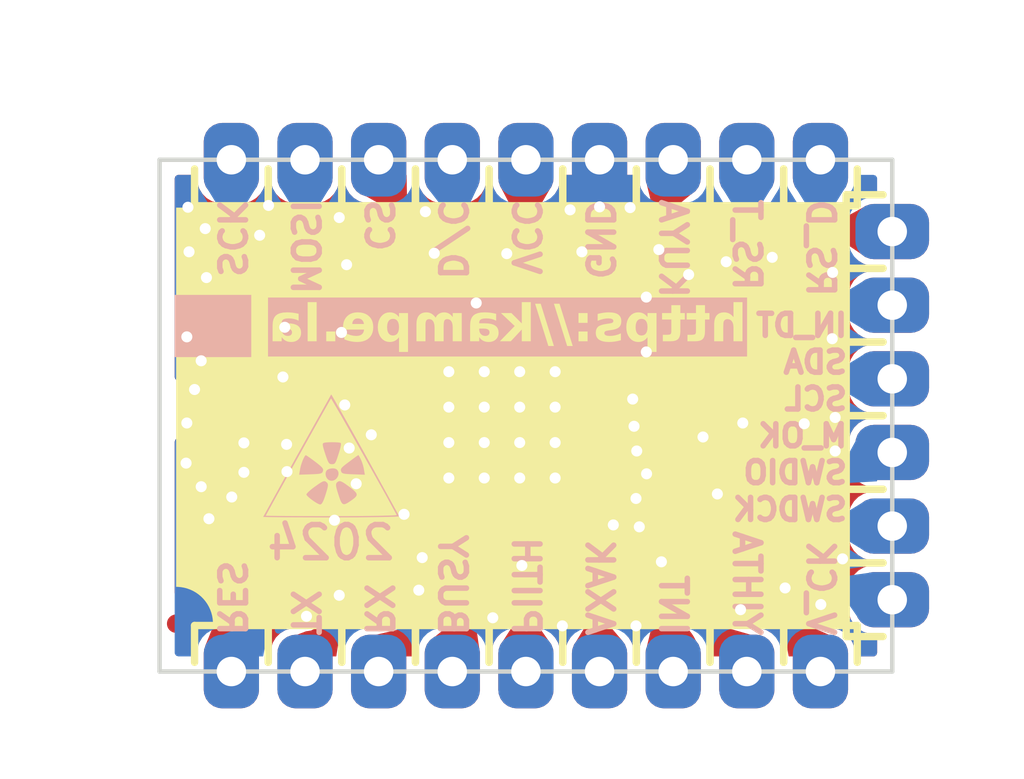
<source format=kicad_pcb>
(kicad_pcb (version 20240108) (generator "pcbnew") (generator_version "8.0")
  (layers (0 "F.Cu" signal) (31 "B.Cu" signal) (34 "B.Paste" user) (35 "F.Paste" user) (36 "B.SilkS" user "B.Silkscreen") (37 "F.SilkS" user "F.Silkscreen") (38 "B.Mask" user) (39 "F.Mask" user) (44 "Edge.Cuts" user))
  (net 0 "")
  (net 1 "/AXAK")
  (net 2 "/BUSY")
  (net 3 "+3V3")
  (net 4 "GND")
  (net 5 "Net-(U3-CAP)")
  (net 6 "/P_GOOD")
  (net 7 "/CS")
  (net 8 "/D{slash}C")
  (net 9 "/DATA")
  (net 10 "/INT")
  (net 11 "/KUYARAAK")
  (net 12 "/~{MCU_OK}")
  (net 13 "/MOSI")
  (net 14 "/PIITH")
  (net 15 "/RES")
  (net 16 "/RES_TC")
  (net 17 "/RX")
  (net 18 "/SCK")
  (net 19 "/SCL")
  (net 20 "/SDA")
  (net 21 "/SWDCK")
  (net 22 "/SWDIO")
  (net 23 "/TX")
  (net 24 "/R_MISO")
  (net 25 "/R_MOSI")
  (net 26 "/RAM_CS")
  (net 28 "/R_SCK")
  (net 31 "/FLASH_CS")
  (net 33 "/MISO")
  (net 34 "/YIHTA")
  (net 36 "Net-(U3-HFXTAL_I)")
  (net 37 "Net-(U3-PD00)")
  (net 38 "Net-(U3-PD01)")
  (net 39 "/V_CHK")
  (net 40 "Net-(U3-HFXTAL_O)")
  (net 41 "Net-(D1-K)")
  (net 42 "Net-(U4-+)")
  (net 43 "Net-(U4-V+)")
  (net 44 "Net-(U4--)")
  (net 45 "Net-(D1-A)")
  (net 46 "/IN_DT")
  (footprint "Capacitor_SMD:C_0402_1005Metric" (layer "F.Cu") (at 168.75 42.6 180)
    (property "Reference" "C5" (hide yes))
    (property "Value" "0.1u")
  )
  (footprint "MyLib:Castellated_Hole" (layer "F.Cu") (at 180.25 50.55)
    (property "Reference" "SWDIO1" (hide yes))
    (property "Value" "SWDIO")
  )
  (footprint "MyLib:Castellated_Hole" (layer "F.Cu") (at 172.3 54.5 -90)
    (property "Reference" "AXAK1" (hide yes))
    (property "Value" "AXAK")
  )
  (footprint "MyLib:Castellated_Hole" (layer "F.Cu") (at 174.3 40.6 90)
    (property "Reference" "KUYARAAK1" (hide yes))
    (property "Value" "KUYA")
  )
  (footprint "Capacitor_SMD:C_0402_1005Metric" (layer "F.Cu") (at 166.35 52.39 180)
    (property "Reference" "C4" (hide yes))
    (property "Value" "0.1u")
  )
  (footprint "MyLib:Castellated_Hole" (layer "F.Cu") (at 168.3 54.5 -90)
    (property "Reference" "BUSY1" (hide yes))
    (property "Value" "BUSY")
  )
  (footprint "Resistor_SMD:R_0402_1005Metric" (layer "F.Cu") (at 177.35 44.1)
    (property "Reference" "R3" (hide yes))
    (property "Value" "52.3K")
  )
  (footprint "Resistor_SMD:R_0402_1005Metric" (layer "F.Cu") (at 177.35 48.3 180)
    (property "Reference" "R6" (hide yes))
    (property "Value" "52.3K")
  )
  (footprint "MyLib:QFN-40_EP_5x5_Pitch0.4mm" (layer "F.Cu") (at 169.65 47.8)
    (property "Reference" "U3" (hide yes))
    (property "Value" "EFM32PG23B200F512IM40")
  )
  (footprint "MyLib:Castellated_Hole" (layer "F.Cu") (at 178.3 54.5 -90)
    (property "Reference" "V_CHK1" (hide yes))
    (property "Value" "V_CK")
  )
  (footprint "Capacitor_SMD:C_0402_1005Metric" (layer "F.Cu") (at 162.54 46.28 180)
    (property "Reference" "C1" (hide yes))
    (property "Value" "0.1u")
  )
  (footprint "Capacitor_SMD:C_0402_1005Metric" (layer "F.Cu") (at 170.75 43.7 180)
    (property "Reference" "C3" (hide yes))
    (property "Value" "1x6.3")
  )
  (footprint "Capacitor_SMD:C_0402_1005Metric" (layer "F.Cu") (at 172.45 43.1 -90)
    (property "Reference" "C8" (hide yes))
    (property "Value" "1x6.3")
  )
  (footprint "Package_TO_SOT_SMD:SOT-353_SC-70-5" (layer "F.Cu") (at 174.85 48.3 -90)
    (property "Reference" "U4" (hide yes))
    (property "Value" "LMV7271")
  )
  (footprint "MyLib:Castellated_Hole" (layer "F.Cu") (at 170.3 40.6 90)
    (property "Reference" "VCC1" (hide yes))
    (property "Value" "VCC")
  )
  (footprint "MyLib:Castellated_Hole" (layer "F.Cu") (at 180.25 52.55)
    (property "Reference" "SWDCK1" (hide yes))
    (property "Value" "SWDCK")
  )
  (footprint "Resistor_SMD:R_0402_1005Metric" (layer "F.Cu") (at 177.35 46.1)
    (property "Reference" "R5" (hide yes))
    (property "Value" "100K")
  )
  (footprint "MyLib:Castellated_Hole" (layer "F.Cu") (at 166.3 54.5 -90)
    (property "Reference" "RX1" (hide yes))
    (property "Value" "RX")
  )
  (footprint "Capacitor_SMD:C_0402_1005Metric" (layer "F.Cu") (at 177.33 45.1)
    (property "Reference" "C10" (hide yes))
    (property "Value" "100p")
  )
  (footprint "MyLib:WLCSP 12-ball 3 x 2 x 3 Array" (layer "F.Cu") (at 163.95 43.9)
    (property "Reference" "U2" (hide yes))
    (property "Value" "AT25XE321D-UUN-T")
  )
  (footprint "MyLib:Castellated_Hole" (layer "F.Cu") (at 180.25 44.55)
    (property "Reference" "SDA1" (hide yes))
    (property "Value" "SDA")
  )
  (footprint "MyLib:Castellated_Hole" (layer "F.Cu") (at 168.3 40.6 90)
    (property "Reference" "D/C1" (hide yes))
    (property "Value" "D/C")
  )
  (footprint "MyLib:Castellated_Hole" (layer "F.Cu") (at 178.3 40.6 90)
    (property "Reference" "RES2" (hide yes))
    (property "Value" "RS_D")
  )
  (footprint "MyLib:Castellated_Hole" (layer "F.Cu") (at 162.3 40.6 90)
    (property "Reference" "SCK1" (hide yes))
    (property "Value" "SCK")
  )
  (footprint "Capacitor_SMD:C_0402_1005Metric" (layer "F.Cu") (at 168.73 43.7 180)
    (property "Reference" "C6" (hide yes))
    (property "Value" "0.1u")
  )
  (footprint "Inductor_SMD:L_0402_1005Metric" (layer "F.Cu") (at 175.1 51.5)
    (property "Reference" "FB1" (hide yes))
    (property "Value" "BLM15AG102SZ1D")
  )
  (footprint "MyLib:Castellated_Hole" (layer "F.Cu") (at 174.3 54.5 -90)
    (property "Reference" "INT1" (hide yes))
    (property "Value" "INT")
  )
  (footprint "MyLib:Castellated_Hole" (layer "F.Cu") (at 164.3 40.6 90)
    (property "Reference" "MOSI1" (hide yes))
    (property "Value" "MOSI")
  )
  (footprint "Resistor_SMD:R_0402_1005Metric" (layer "F.Cu") (at 161.68 51.39 90)
    (property "Reference" "R1" (hide yes))
    (property "Value" "10K")
  )
  (footprint "Fiducial:Fiducial_0.5mm_Mask1.5mm" (layer "F.Cu") (at 160.8 53.2)
    (property "Reference" "FID1" (hide yes))
    (property "Value" "Fiducial")
  )
  (footprint "Resistor_SMD:R_0402_1005Metric" (layer "F.Cu") (at 177.35 42.46 180)
    (property "Reference" "R2" (hide yes))
    (property "Value" "10K")
  )
  (footprint "MyLib:SON-8-1EP_3x2mm_P0.5mm_EP1.4x1.6mm" (layer "F.Cu") (at 163.23 48.18)
    (property "Reference" "U1" (hide yes))
    (property "Value" "APS6404L-SQN")
  )
  (footprint "MyLib:Castellated_Hole" (layer "F.Cu") (at 164.3 54.5 -90)
    (property "Reference" "TX1" (hide yes))
    (property "Value" "TX")
  )
  (footprint "Capacitor_SMD:C_0402_1005Metric" (layer "F.Cu") (at 162.1 44.25 -90)
    (property "Reference" "C2" (hide yes))
    (property "Value" "0.1u")
  )
  (footprint "MyLib:Crystal_SMD_2012-2Pin_2.0x1.2mm" (layer "F.Cu") (at 166.25 43.2 -90)
    (property "Reference" "Y1" (hide yes))
    (property "Value" "FC2012AN")
  )
  (footprint "MyLib:Castellated_Hole" (layer "F.Cu") (at 170.3 54.5 -90)
    (property "Reference" "PIITH1" (hide yes))
    (property "Value" "PIITH")
  )
  (footprint "MyLib:Castellated_Hole" (layer "F.Cu") (at 162.3 54.5 -90)
    (property "Reference" "RES1" (hide yes))
    (property "Value" "RES")
  )
  (footprint "MyLib:Castellated_Hole" (layer "F.Cu") (at 176.3 54.5 -90)
    (property "Reference" "YIHTA1" (hide yes))
    (property "Value" "YIHTA")
  )
  (footprint "Capacitor_SMD:C_0402_1005Metric" (layer "F.Cu") (at 177.35 49.5)
    (property "Reference" "C13" (hide yes))
    (property "Value" "0.1u")
  )
  (footprint "Capacitor_SMD:C_0402_1005Metric" (layer "F.Cu") (at 166.35 51.4 180)
    (property "Reference" "C9" (hide yes))
    (property "Value" "0.1u")
  )
  (footprint "Capacitor_SMD:C_0402_1005Metric" (layer "F.Cu") (at 177.35 51.5 180)
    (property "Reference" "C12" (hide yes))
    (property "Value" "0.1u")
  )
  (footprint "MyLib:Castellated_Hole" (layer "F.Cu") (at 176.3 40.6 90)
    (property "Reference" "RES_TC1" (hide yes))
    (property "Value" "RS_T")
  )
  (footprint "Capacitor_SMD:C_0402_1005Metric" (layer "F.Cu") (at 175.05 46.1 180)
    (property "Reference" "C11" (hide yes))
    (property "Value" "100p")
  )
  (footprint "Diode_SMD:D_SOD-323F" (layer "F.Cu") (at 174.55 43.8 90)
    (property "Reference" "D1" (hide yes))
    (property "Value" "BAT54WS")
  )
  (footprint "MyLib:Castellated_Hole" (layer "F.Cu") (at 172.3 40.6 90)
    (property "Reference" "GND1" (hide yes))
    (property "Value" "GND")
  )
  (footprint "MyLib:Castellated_Hole" (layer "F.Cu") (at 180.25 48.55)
    (property "Reference" "MCU_OK1" (hide yes))
    (property "Value" "M_OK")
  )
  (footprint "MyLib:Castellated_Hole" (layer "F.Cu") (at 166.3 40.6 90)
    (property "Reference" "CS1" (hide yes))
    (property "Value" "CS")
  )
  (footprint "Resistor_SMD:R_0402_1005Metric" (layer "F.Cu") (at 177.36 47.2 180)
    (property "Reference" "R4" (hide yes))
    (property "Value" "100K")
  )
  (footprint "MyLib:Crystal_SMD_2016-4Pin_2.0x1.6mm" (layer "F.Cu") (at 163.5975 51.3625 90)
    (property "Reference" "Y2" (hide yes))
    (property "Value" "39MHz")
  )
  (footprint "MyLib:Castellated_Hole" (layer "F.Cu") (at 180.25 42.55)
    (property "Reference" "DATA1" (hide yes))
    (property "Value" "IN_DT")
  )
  (footprint "Resistor_SMD:R_0402_1005Metric" (layer "F.Cu") (at 177.35 50.5)
    (property "Reference" "R7" (hide yes))
    (property "Value" "47K")
  )
  (footprint "MyLib:Castellated_Hole" (layer "F.Cu") (at 180.25 46.55)
    (property "Reference" "SCL1" (hide yes))
    (property "Value" "SCL")
  )
  (footprint "Capacitor_SMD:C_0402_1005Metric" (layer "F.Cu") (at 170.75 42.6)
    (property "Reference" "C7" (hide yes))
    (property "Value" "0.1u")
  )
  (gr_poly (pts (xy 164.965982 48.272827) (xy 164.898989 48.2763) (xy 164.869949 48.278904) (xy 164.844977 48.282088) (xy 164.824893 48.28585) (xy 164.810519 48.290191) (xy 164.802544 48.293287) (xy 164.795836 48.297432) (xy 164.790419 48.302849) (xy 164.78632 48.309759) (xy 164.783565 48.318384) (xy 164.782179 48.328948) (xy 164.782189 48.341671) (xy 164.78362 48.356777) (xy 164.786497 48.374488) (xy 164.790847 48.395025) (xy 164.796696 48.418611) (xy 164.80407 48.445468) (xy 164.823493 48.509884) (xy 164.849324 48.590052) (xy 164.864446 48.635039) (xy 164.878187 48.674953) (xy 164.89074 48.710091) (xy 164.902296 48.740754) (xy 164.90776 48.754501) (xy 164.913046 48.767242) (xy 164.918178 48.779013) (xy 164.92318 48.789853) (xy 164.928077 48.7998) (xy 164.932891 48.808889) (xy 164.937647 48.81716) (xy 164.942369 48.824649) (xy 164.947081 48.831394) (xy 164.951806 48.837432) (xy 164.956569 48.842801) (xy 164.961393 48.847538) (xy 164.966303 48.851681) (xy 164.971321 48.855267) (xy 164.976473 48.858334) (xy 164.981781 48.860919) (xy 164.987271 48.863059) (xy 164.992965 48.864793) (xy 164.998888 48.866157) (xy 165.005063 48.867189) (xy 165.011515 48.867926) (xy 165.018268 48.868407) (xy 165.032769 48.868746) (xy 165.047851 48.868406) (xy 165.06148 48.867182) (xy 165.073859 48.86477) (xy 165.085189 48.860864) (xy 165.095672 48.855159) (xy 165.105509 48.847352) (xy 165.114901 48.837136) (xy 165.12405 48.824208) (xy 165.133158 48.808261) (xy 165.142426 48.788992) (xy 165.152056 48.766095) (xy 165.162249 48.739266) (xy 165.185132 48.672589) (xy 165.212685 48.586524) (xy 165.223434 48.553081) (xy 165.233191 48.521556) (xy 165.241955 48.491964) (xy 165.249727 48.464319) (xy 165.256507 48.438639) (xy 165.262295 48.414937) (xy 165.26709 48.393231) (xy 165.270894 48.373534) (xy 165.273705 48.355864) (xy 165.275524 48.340234) (xy 165.276351 48.326661) (xy 165.276392 48.320651) (xy 165.276185 48.315161) (xy 165.275731 48.310192) (xy 165.275028 48.305748) (xy 165.274077 48.301829) (xy 165.272878 48.298438) (xy 165.271431 48.295577) (xy 165.269736 48.293247) (xy 165.267793 48.291451) (xy 165.265602 48.290191) (xy 165.251848 48.28585) (xy 165.232302 48.282088) (xy 165.207784 48.278904) (xy 165.179117 48.2763) (xy 165.112619 48.272827) (xy 165.039383 48.27167)) (fill solid) (layer "B.SilkS"))
  (gr_poly (pts (xy 162.84 45.96) (xy 160.76 45.96) (xy 160.76 44.27) (xy 162.84 44.27)) (fill solid) (layer "B.SilkS"))
  (gr_poly (pts (xy 164.320187 48.625401) (xy 164.316322 48.626897) (xy 164.312119 48.629752) (xy 164.307604 48.633901) (xy 164.297749 48.645824) (xy 164.286975 48.662151) (xy 164.275497 48.682363) (xy 164.263534 48.705945) (xy 164.251302 48.732379) (xy 164.239019 48.761149) (xy 164.226901 48.791738) (xy 164.215165 48.823629) (xy 164.204029 48.856306) (xy 164.193709 48.889251) (xy 164.184423 48.921949) (xy 164.176387 48.953881) (xy 164.169819 48.984532) (xy 164.164936 49.013385) (xy 164.140241 49.154496) (xy 164.450686 49.143913) (xy 164.500144 49.141954) (xy 164.544234 49.139985) (xy 164.58329 49.137913) (xy 164.617649 49.135645) (xy 164.633172 49.134408) (xy 164.647646 49.133087) (xy 164.661114 49.13167) (xy 164.673618 49.130146) (xy 164.685199 49.128504) (xy 164.6959 49.12673) (xy 164.705762 49.124815) (xy 164.714828 49.122746) (xy 164.723139 49.120512) (xy 164.730738 49.1181) (xy 164.737667 49.1155) (xy 164.743967 49.1127) (xy 164.74968 49.109688) (xy 164.754849 49.106452) (xy 164.759515 49.102982) (xy 164.763721 49.099264) (xy 164.767508 49.095288) (xy 164.770918 49.091043) (xy 164.773994 49.086515) (xy 164.776778 49.081694) (xy 164.77931 49.076569) (xy 164.781634 49.071126) (xy 164.783792 49.065356) (xy 164.785824 49.059246) (xy 164.789766 49.047595) (xy 164.792225 49.036322) (xy 164.793041 49.025225) (xy 164.792782 49.019679) (xy 164.792053 49.014101) (xy 164.790833 49.008467) (xy 164.789101 49.002751) (xy 164.784026 48.990971) (xy 164.776666 48.978561) (xy 164.766862 48.965319) (xy 164.754454 48.951043) (xy 164.739281 48.935533) (xy 164.721183 48.918585) (xy 164.7 48.9) (xy 164.675572 48.879575) (xy 164.647738 48.857108) (xy 164.581213 48.805246) (xy 164.533106 48.769155) (xy 164.487397 48.735462) (xy 164.44516 48.704911) (xy 164.40747 48.678246) (xy 164.375403 48.656211) (xy 164.350034 48.639551) (xy 164.340196 48.633468) (xy 164.332436 48.629009) (xy 164.326888 48.626265) (xy 164.324985 48.625565) (xy 164.323686 48.625329)) (fill solid) (layer "B.SilkS"))
  (gr_poly (pts (xy 164.08071 48.640323) (xy 163.163046 50.301024) (xy 163.309615 50.306205) (xy 163.708529 50.310725) (xy 165.018658 50.315135) (xy 165.744939 50.312654) (xy 166.330991 50.305875) (xy 166.554068 50.301182) (xy 166.721251 50.295787) (xy 166.825597 50.289814) (xy 166.852034 50.286648) (xy 166.858439 50.285028) (xy 166.860158 50.283385) (xy 166.840699 50.248107) (xy 166.789602 50.248107) (xy 166.755902 50.254536) (xy 166.654279 50.260509) (xy 166.27587 50.270597) (xy 165.71159 50.277377) (xy 165.018658 50.279857) (xy 164.326001 50.278645) (xy 163.758359 50.275447) (xy 163.374603 50.270927) (xy 163.270079 50.268378) (xy 163.233602 50.265746) (xy 163.491571 49.794788) (xy 164.112019 48.678246) (xy 164.737317 47.558177) (xy 164.931566 47.213777) (xy 164.986356 47.118638) (xy 165.008074 47.083691) (xy 165.28495 47.556799) (xy 165.886932 48.619597) (xy 166.494867 49.705546) (xy 166.789602 50.248107) (xy 166.840699 50.248107) (xy 165.93588 48.60769) (xy 165.579133 47.970486) (xy 165.285887 47.449697) (xy 165.086568 47.099565) (xy 165.031639 47.005445) (xy 165.011602 46.974329)) (fill solid) (layer "B.SilkS"))
  (gr_poly (pts (xy 164.816742 49.330613) (xy 164.804331 49.332842) (xy 164.790577 49.337014) (xy 164.775241 49.343232) (xy 164.758086 49.3516) (xy 164.738875 49.362222) (xy 164.717369 49.375199) (xy 164.69333 49.390637) (xy 164.666522 49.408637) (xy 164.636707 49.429305) (xy 164.567102 49.479052) (xy 164.542358 49.496933) (xy 164.518471 49.514777) (xy 164.495556 49.532467) (xy 164.473726 49.549883) (xy 164.453095 49.566906) (xy 164.433777 49.583417) (xy 164.415885 49.599298) (xy 164.399533 49.61443) (xy 164.384834 49.628694) (xy 164.371903 49.64197) (xy 164.360853 49.654141) (xy 164.351797 49.665087) (xy 164.34485 49.674689) (xy 164.342203 49.678949) (xy 164.340125 49.682829) (xy 164.338632 49.686313) (xy 164.337736 49.689388) (xy 164.337453 49.692037) (xy 164.337797 49.694246) (xy 164.340541 49.700602) (xy 164.344748 49.707721) (xy 164.357192 49.723998) (xy 164.374422 49.742569) (xy 164.395729 49.762928) (xy 164.420406 49.784568) (xy 164.447743 49.806983) (xy 164.477034 49.829668) (xy 164.507571 49.852114) (xy 164.538645 49.873817) (xy 164.569548 49.894268) (xy 164.599573 49.912963) (xy 164.628011 49.929395) (xy 164.654155 49.943056) (xy 164.677297 49.953441) (xy 164.696728 49.960044) (xy 164.704831 49.961768) (xy 164.711741 49.962357) (xy 164.719642 49.961562) (xy 164.727492 49.95914) (xy 164.735321 49.955032) (xy 164.74316 49.949183) (xy 164.751041 49.941536) (xy 164.758994 49.932034) (xy 164.76705 49.920619) (xy 164.775241 49.907236) (xy 164.783597 49.891827) (xy 164.79215 49.874335) (xy 164.800929 49.854704) (xy 164.809968 49.832877) (xy 164.819295 49.808796) (xy 164.828943 49.782406) (xy 164.849324 49.722468) (xy 164.86549 49.671178) (xy 164.8796 49.625509) (xy 164.891663 49.58505) (xy 164.89693 49.566645) (xy 164.90169 49.549387) (xy 164.905943 49.533224) (xy 164.909691 49.518105) (xy 164.912935 49.503979) (xy 164.915677 49.490793) (xy 164.917917 49.478495) (xy 164.919658 49.467035) (xy 164.9209 49.456361) (xy 164.921644 49.44642) (xy 164.921892 49.437161) (xy 164.921646 49.428533) (xy 164.920906 49.420483) (xy 164.919673 49.412961) (xy 164.91795 49.405914) (xy 164.915737 49.399291) (xy 164.913036 49.39304) (xy 164.909848 49.387109) (xy 164.906174 49.381447) (xy 164.902015 49.376002) (xy 164.897374 49.370722) (xy 164.89225 49.365556) (xy 164.886646 49.360453) (xy 164.880563 49.355359) (xy 164.874001 49.350224) (xy 164.866963 49.344996) (xy 164.857705 49.33906) (xy 164.848291 49.334551) (xy 164.838484 49.331571) (xy 164.828048 49.330224)) (fill solid) (layer "B.SilkS"))
  (gr_poly (pts (xy 165.040507 48.982132) (xy 165.018658 48.98384) (xy 164.996974 48.987077) (xy 164.975828 48.991798) (xy 164.955592 48.997955) (xy 164.945931 49.001558) (xy 164.936637 49.005503) (xy 164.927756 49.009783) (xy 164.919336 49.014394) (xy 164.911421 49.019328) (xy 164.90406 49.024582) (xy 164.897298 49.030147) (xy 164.891182 49.03602) (xy 164.885759 49.042194) (xy 164.881074 49.048663) (xy 164.876111 49.057422) (xy 164.871798 49.066478) (xy 164.868121 49.0758) (xy 164.865068 49.085353) (xy 164.862629 49.095105) (xy 164.860789 49.105024) (xy 164.859537 49.115075) (xy 164.85886 49.125227) (xy 164.858747 49.135445) (xy 164.859185 49.145698) (xy 164.860162 49.155952) (xy 164.861665 49.166175) (xy 164.863682 49.176333) (xy 164.866201 49.186393) (xy 164.86921 49.196323) (xy 164.872696 49.20609) (xy 164.876647 49.21566) (xy 164.881051 49.225001) (xy 164.885896 49.234079) (xy 164.891169 49.242863) (xy 164.896857 49.251318) (xy 164.90295 49.259412) (xy 164.909434 49.267112) (xy 164.916297 49.274385) (xy 164.923527 49.281198) (xy 164.931112 49.287519) (xy 164.939039 49.293313) (xy 164.947296 49.298549) (xy 164.955871 49.303193) (xy 164.964751 49.307213) (xy 164.973925 49.310575) (xy 164.98338 49.313246) (xy 164.998514 49.316451) (xy 165.013462 49.318173) (xy 165.02818 49.318481) (xy 165.042629 49.317442) (xy 165.056764 49.315124) (xy 165.070545 49.311595) (xy 165.083929 49.306923) (xy 165.096875 49.301175) (xy 165.10934 49.294419) (xy 165.121283 49.286723) (xy 165.132661 49.278156) (xy 165.143432 49.268784) (xy 165.153555 49.258676) (xy 165.162987 49.247899) (xy 165.171687 49.236521) (xy 165.179613 49.224611) (xy 165.186721 49.212235) (xy 165.192972 49.199462) (xy 165.198322 49.18636) (xy 165.202729 49.172996) (xy 165.206152 49.159439) (xy 165.208549 49.145755) (xy 165.209877 49.132013) (xy 165.210095 49.118281) (xy 165.20916 49.104627) (xy 165.207031 49.091118) (xy 165.203666 49.077821) (xy 165.199022 49.064806) (xy 165.193058 49.05214) (xy 165.185732 49.039891) (xy 165.177001 49.028126) (xy 165.166824 49.016913) (xy 165.160858 49.011527) (xy 165.154236 49.006611) (xy 165.147004 49.002159) (xy 165.139208 48.998164) (xy 165.130896 48.994622) (xy 165.122114 48.991527) (xy 165.112908 48.988871) (xy 165.103324 48.986651) (xy 165.09341 48.984859) (xy 165.083212 48.983491) (xy 165.062149 48.982)) (fill solid) (layer "B.SilkS"))
  (gr_poly (pts (xy 165.234778 49.3294) (xy 165.22927 49.329981) (xy 165.223917 49.330962) (xy 165.218694 49.332332) (xy 165.213573 49.334079) (xy 165.208531 49.336192) (xy 165.20354 49.338659) (xy 165.198574 49.341468) (xy 165.184936 49.350669) (xy 165.173143 49.36001) (xy 165.16322 49.369877) (xy 165.155194 49.38066) (xy 165.14909 49.392744) (xy 165.144934 49.406519) (xy 165.142753 49.42237) (xy 165.142571 49.440687) (xy 165.144415 49.461856) (xy 165.14831 49.486266) (xy 165.154283 49.514303) (xy 165.16236 49.546355) (xy 165.172565 49.58281) (xy 165.184925 49.624056) (xy 165.216213 49.722468) (xy 165.232105 49.770408) (xy 165.246937 49.812461) (xy 165.261055 49.848778) (xy 165.267956 49.864833) (xy 165.274807 49.87951) (xy 165.281654 49.892827) (xy 165.288539 49.904804) (xy 165.295505 49.91546) (xy 165.302596 49.924813) (xy 165.309854 49.932881) (xy 165.317324 49.939684) (xy 165.325049 49.945241) (xy 165.333071 49.949569) (xy 165.341434 49.952688) (xy 165.350182 49.954617) (xy 165.359357 49.955374) (xy 165.369003 49.954978) (xy 165.379164 49.953448) (xy 165.389881 49.950802) (xy 165.4012 49.947059) (xy 165.413163 49.942238) (xy 165.425812 49.936358) (xy 165.439193 49.929437) (xy 165.468318 49.912548) (xy 165.500886 49.891722) (xy 165.537241 49.867107) (xy 165.5775 49.838797) (xy 165.612261 49.813102) (xy 165.641483 49.789577) (xy 165.654003 49.77849) (xy 165.665123 49.767778) (xy 165.674837 49.757387) (xy 165.683141 49.747261) (xy 165.690028 49.737344) (xy 165.695495 49.727581) (xy 165.699535 49.717916) (xy 165.702144 49.708294) (xy 165.703316 49.698658) (xy 165.703047 49.688955) (xy 165.70133 49.679127) (xy 165.698162 49.669119) (xy 165.693536 49.658877) (xy 165.687447 49.648344) (xy 165.679891 49.637464) (xy 165.670863 49.626183) (xy 165.660356 49.614445) (xy 165.648366 49.602193) (xy 165.634888 49.589373) (xy 165.619917 49.57593) (xy 165.585472 49.546948) (xy 165.544993 49.514803) (xy 165.498436 49.479052) (xy 165.463675 49.453322) (xy 165.432014 49.430311) (xy 165.403248 49.409924) (xy 165.377168 49.39207) (xy 165.353569 49.376655) (xy 165.332244 49.363586) (xy 165.32237 49.357902) (xy 165.312986 49.35277) (xy 165.304068 49.348178) (xy 165.295588 49.344114) (xy 165.287522 49.340567) (xy 165.279844 49.337525) (xy 165.272528 49.334977) (xy 165.265547 49.332911) (xy 165.258876 49.331314) (xy 165.25249 49.330177) (xy 165.246362 49.329486) (xy 165.240467 49.329231)) (fill solid) (layer "B.SilkS"))
  (gr_poly (pts (xy 165.746365 48.622738) (xy 165.741466 48.625488) (xy 165.725095 48.636078) (xy 165.700787 48.652869) (xy 165.669533 48.675159) (xy 165.590158 48.733423) (xy 165.494908 48.805246) (xy 165.457919 48.832399) (xy 165.42489 48.857108) (xy 165.395642 48.879575) (xy 165.370002 48.9) (xy 165.347793 48.918585) (xy 165.337921 48.927251) (xy 165.32884 48.935533) (xy 165.32053 48.943455) (xy 165.312967 48.951043) (xy 165.30613 48.958323) (xy 165.299998 48.965319) (xy 165.294548 48.972057) (xy 165.289757 48.978561) (xy 165.285605 48.984857) (xy 165.28207 48.990971) (xy 165.279128 48.996927) (xy 165.276759 49.002751) (xy 165.27494 49.008467) (xy 165.27365 49.014101) (xy 165.272866 49.019679) (xy 165.272566 49.025225) (xy 165.272729 49.030764) (xy 165.273333 49.036322) (xy 165.274355 49.041924) (xy 165.275774 49.047595) (xy 165.277567 49.053361) (xy 165.279713 49.059246) (xy 165.283903 49.071126) (xy 165.28876 49.081694) (xy 165.294619 49.091043) (xy 165.301817 49.099264) (xy 165.310689 49.106452) (xy 165.321571 49.1127) (xy 165.334799 49.1181) (xy 165.35071 49.122746) (xy 165.369638 49.12673) (xy 165.39192 49.130146) (xy 165.417892 49.133087) (xy 165.447889 49.135645) (xy 165.521304 49.139985) (xy 165.614852 49.143913) (xy 165.925297 49.154496) (xy 165.900602 49.013385) (xy 165.898296 48.997739) (xy 165.895379 48.981318) (xy 165.891905 48.964256) (xy 165.887924 48.946688) (xy 165.87865 48.91057) (xy 165.86797 48.874038) (xy 165.856298 48.838167) (xy 165.844048 48.804033) (xy 165.831631 48.772711) (xy 165.819463 48.745274) (xy 165.807605 48.720724) (xy 165.796037 48.697704) (xy 165.785047 48.676751) (xy 165.779859 48.667217) (xy 165.774925 48.658402) (xy 165.77028 48.650373) (xy 165.765961 48.643196) (xy 165.762003 48.636939) (xy 165.758444 48.631668) (xy 165.755318 48.627452) (xy 165.752663 48.624358) (xy 165.751523 48.623252) (xy 165.750514 48.622452) (xy 165.749641 48.621966) (xy 165.748908 48.621802)) (fill solid) (layer "B.SilkS"))
  (gr_poly (pts (xy 179 53.3) (xy 161.8 53.3) (arc (start 161.8 53.2) (mid 161.507107 52.492893) (end 160.8 52.2)) (xy 160.8 41.9) (xy 179 41.9)) (fill solid) (layer "F.SilkS"))
  (gr_line (start 180.25 40.6) (end 160.35 40.6) (stroke (width 0.12)) (layer "Edge.Cuts"))
  (gr_line (start 180.25 54.5) (end 160.35 54.5) (stroke (width 0.12)) (layer "Edge.Cuts"))
  (gr_line (start 160.35 54.5) (end 160.35 40.6) (stroke (width 0.12)) (layer "Edge.Cuts"))
  (gr_line (start 180.25 40.6) (end 180.25 54.5) (stroke (width 0.12)) (layer "Edge.Cuts"))
  (gr_text "2024" (at 165 51 0) (layer "B.SilkS") (effects (font (size 0.9 0.9) (thickness 0.15) (bold yes)) (justify mirror)))
  (gr_text "https://kampe.la" (at 176.3 45.7 0) (layer "B.SilkS" knockout) (effects (font (size 1 1) (thickness 0.25) (bold yes)) (justify left bottom mirror)))
  (segment (start 170.25 50.495786) (end 170.25 50.3) (width 0.125) (layer "F.Cu") (net 1))
  (segment (start 172.3 54.025) (end 172.3 53.374214) (width 0.125) (layer "F.Cu") (net 1))
  (segment (start 172.007107 52.667107) (end 170.542893 51.202893) (width 0.125) (layer "F.Cu") (net 1))
  (arc (start 170.542893 51.202893) (mid 170.32612 50.87847) (end 170.25 50.495786) (width 0.125) (layer "F.Cu") (net 1))
  (arc (start 172.007107 52.667107) (mid 172.22388 52.99153) (end 172.3 53.374214) (width 0.125) (layer "F.Cu") (net 1))
  (segment (start 169.04619 52.311707) (end 168.3 54.025) (width 0.125) (layer "F.Cu") (net 2))
  (segment (start 169.245047 51.759556) (end 169.071586 52.247415) (width 0.125) (layer "F.Cu") (net 2))
  (segment (start 169.45 50.3) (end 169.406055 50.978012) (width 0.125) (layer "F.Cu") (net 2))
  (arc (start 169.04619 52.311707) (mid 169.059443 52.27978) (end 169.071586 52.247415) (width 0.125) (layer "F.Cu") (net 2))
  (arc (start 169.406055 50.978012) (mid 169.352645 51.374366) (end 169.245047 51.759556) (width 0.125) (layer "F.Cu") (net 2))
  (segment (start 166.83 52.39) (end 167.29 52.39) (width 0.125) (layer "F.Cu") (net 3))
  (segment (start 162.1 43.77) (end 162.99 43.77) (width 0.25) (layer "F.Cu") (net 3))
  (segment (start 168.25 50.3) (end 168.25 51.015786) (width 0.125) (layer "F.Cu") (net 3))
  (segment (start 174.615 51.5) (end 174 51.5) (width 0.4) (layer "F.Cu") (net 3))
  (segment (start 163.126306 43.76) (end 163 43.76) (width 0.125) (layer "F.Cu") (net 3))
  (segment (start 169.21 43.7) (end 169.77 43.7) (width 0.25) (layer "F.Cu") (net 3))
  (segment (start 163.02 46.28) (end 163.272893 46.28) (width 0.4) (layer "F.Cu") (net 3))
  (segment (start 170.27 42.6) (end 170.27 41.165) (width 0.25) (layer "F.Cu") (net 3))
  (segment (start 169.77 43.7) (end 170.27 43.7) (width 0.25) (layer "F.Cu") (net 3))
  (segment (start 161.68 50.36) (end 161.69 50.35) (width 0.125) (layer "F.Cu") (net 3))
  (segment (start 167.29 52.39) (end 167.39 52.29) (width 0.125) (layer "F.Cu") (net 3))
  (segment (start 161.6525 43.77) (end 161.6225 43.8) (width 0.4) (layer "F.Cu") (net 3))
  (segment (start 167.957107 51.722893) (end 167.39 52.29) (width 0.125) (layer "F.Cu") (net 3))
  (segment (start 169.78 43.69) (end 169.77 43.7) (width 0.25) (layer "F.Cu") (net 3))
  (segment (start 171.05 45.3) (end 171.05 44.917107) (width 0.125) (layer "F.Cu") (net 3))
  (segment (start 164.63 47.43) (end 163.7 46.5) (width 0.25) (layer "F.Cu") (net 3))
  (segment (start 170.25 44.46) (end 170.25 43.72) (width 0.125) (layer "F.Cu") (net 3))
  (segment (start 169.78 42.6) (end 169.78 43.15) (width 0.25) (layer "F.Cu") (net 3))
  (segment (start 169.78 42.6) (end 169.23 42.6) (width 0.25) (layer "F.Cu") (net 3))
  (segment (start 169.85 43.76) (end 169.78 43.69) (width 0.125) (layer "F.Cu") (net 3))
  (segment (start 163.626447 46.426447) (end 163.7 46.5) (width 0.4) (layer "F.Cu") (net 3))
  (segment (start 163.593413 43.5) (end 163.479859 43.613554) (width 0.125) (layer "F.Cu") (net 3))
  (segment (start 169.85 45.3) (end 169.85 43.76) (width 0.125) (layer "F.Cu") (net 3))
  (segment (start 163 43.76) (end 162.99 43.77) (width 0.125) (layer "F.Cu") (net 3))
  (segment (start 174 51.5) (end 173.98 51.52) (width 0.4) (layer "F.Cu") (net 3))
  (segment (start 170.25 45.3) (end 170.25 44.46) (width 0.125) (layer "F.Cu") (net 3))
  (segment (start 170.903553 44.563553) (end 170.887868 44.547868) (width 0.125) (layer "F.Cu") (net 3))
  (segment (start 170.27 42.6) (end 169.78 42.6) (width 0.25) (layer "F.Cu") (net 3))
  (segment (start 162.1 43.77) (end 161.6525 43.77) (width 0.4) (layer "F.Cu") (net 3))
  (segment (start 161.68 50.88) (end 161.68 50.36) (width 0.125) (layer "F.Cu") (net 3))
  (segment (start 169.45 45.3) (end 169.45 44.147107) (width 0.125) (layer "F.Cu") (net 3))
  (segment (start 170.675736 44.46) (end 170.25 44.46) (width 0.125) (layer "F.Cu") (net 3))
  (segment (start 169.303553 43.793553) (end 169.21 43.7) (width 0.125) (layer "F.Cu") (net 3))
  (segment (start 169.78 42.6) (end 169.78 43.69) (width 0.25) (layer "F.Cu") (net 3))
  (via (at 163.7 46.5) (size 0.55) (drill 0.3) (layers "F.Cu" "B.Cu") (net 3))
  (via (at 169.78 43.15) (size 0.55) (drill 0.3) (layers "F.Cu" "B.Cu") (net 3))
  (via (at 161.69 50.35) (size 0.55) (drill 0.3) (layers "F.Cu" "B.Cu") (net 3))
  (via (at 173.98 51.52) (size 0.55) (drill 0.3) (layers "F.Cu" "B.Cu") (net 3))
  (via (at 167.39 52.29) (size 0.55) (drill 0.3) (layers "F.Cu" "B.Cu") (net 3))
  (via (at 161.6225 43.8) (size 0.55) (drill 0.3) (layers "F.Cu" "B.Cu") (net 3))
  (arc (start 169.45 44.147107) (mid 169.41194 43.955765) (end 169.303553 43.793553) (width 0.125) (layer "F.Cu") (net 3))
  (arc (start 163.272893 46.28) (mid 163.464235 46.31806) (end 163.626447 46.426447) (width 0.4) (layer "F.Cu") (net 3))
  (arc (start 171.05 44.917107) (mid 171.01194 44.725765) (end 170.903553 44.563553) (width 0.125) (layer "F.Cu") (net 3))
  (arc (start 170.675736 44.46) (mid 170.790541 44.482836) (end 170.887868 44.547868) (width 0.125) (layer "F.Cu") (net 3))
  (arc (start 167.957107 51.722893) (mid 168.17388 51.39847) (end 168.25 51.015786) (width 0.125) (layer "F.Cu") (net 3))
  (arc (start 163.126306 43.76) (mid 163.317647 43.72194) (end 163.479859 43.613554) (width 0.125) (layer "F.Cu") (net 3))
  (segment (start 167.837107 51.087107) (end 167.836446 51.086446) (width 0.125) (layer "B.Cu") (net 3))
  (segment (start 168.565051 45.309265) (end 167.334949 45.309265) (width 0.4) (layer "B.Cu") (net 3))
  (segment (start 163.641471 46.5) (end 163.7 46.5) (width 0.4) (layer "B.Cu") (net 3))
  (segment (start 161.987107 50.647107) (end 161.69 50.35) (width 0.125) (layer "B.Cu") (net 3))
  (segment (start 172.21 44.824214) (end 172.21 48.935786) (width 0.4) (layer "B.Cu") (net 3))
  (segment (start 169.487107 44.801422) (end 169.272158 45.016371) (width 0.4) (layer "B.Cu") (net 3))
  (segment (start 171.242893 43.442893) (end 171.917107 44.117107) (width 0.4) (layer "B.Cu") (net 3))
  (segment (start 161.6225 43.8) (end 161.6225 44.066815) (width 0.4) (layer "B.Cu") (net 3))
  (segment (start 167.482893 50.94) (end 162.694214 50.94) (width 0.125) (layer "B.Cu") (net 3))
  (segment (start 161.915393 44.773922) (end 163.641471 46.5) (width 0.4) (layer "B.Cu") (net 3))
  (segment (start 165.315786 46.5) (end 163.7 46.5) (width 0.4) (layer "B.Cu") (net 3))
  (segment (start 166.627842 45.602158) (end 166.022893 46.207107) (width 0.4) (layer "B.Cu") (net 3))
  (segment (start 168.45 52.295) (end 168.13 52.295) (width 0.125) (layer "B.Cu") (net 3))
  (segment (start 171.007893 52.002107) (end 171.805 51.205) (width 0.4) (layer "B.Cu") (net 3))
  (segment (start 171.917107 49.642893) (end 171.862893 49.697107) (width 0.4) (layer "B.Cu") (net 3))
  (segment (start 169.78 43.15) (end 170.535786 43.15) (width 0.4) (layer "B.Cu") (net 3))
  (segment (start 168.45 52.295) (end 167.395 52.295) (width 0.4) (layer "B.Cu") (net 3))
  (segment (start 172.534214 51.52) (end 173.98 51.52) (width 0.4) (layer "B.Cu") (net 3))
  (segment (start 169.78 43.15) (end 169.78 44.094316) (width 0.4) (layer "B.Cu") (net 3))
  (segment (start 167.395 52.295) (end 167.39 52.29) (width 0.4) (layer "B.Cu") (net 3))
  (segment (start 168.13 52.295) (end 168.13 51.794214) (width 0.125) (layer "B.Cu") (net 3))
  (segment (start 171.805 51.205) (end 171.827107 51.227107) (width 0.4) (layer "B.Cu") (net 3))
  (segment (start 171.716447 51.116447) (end 171.805 51.205) (width 0.4) (layer "B.Cu") (net 3))
  (segment (start 168.45 52.295) (end 170.300786 52.295) (width 0.4) (layer "B.Cu") (net 3))
  (segment (start 171.57 50.404214) (end 171.57 50.762893) (width 0.4) (layer "B.Cu") (net 3))
  (arc (start 171.57 50.404214) (mid 171.64612 50.021531) (end 171.862893 49.697107) (width 0.4) (layer "B.Cu") (net 3))
  (arc (start 169.487107 44.801422) (mid 169.703879 44.476999) (end 169.78 44.094316) (width 0.4) (layer "B.Cu") (net 3))
  (arc (start 166.627842 45.602158) (mid 166.952265 45.385385) (end 167.334949 45.309265) (width 0.4) (layer "B.Cu") (net 3))
  (arc (start 162.694214 50.94) (mid 162.311531 50.86388) (end 161.987107 50.647107) (width 0.125) (layer "B.Cu") (net 3))
  (arc (start 171.827107 51.227107) (mid 172.15153 51.44388) (end 172.534214 51.52) (width 0.4) (layer "B.Cu") (net 3))
  (arc (start 171.007893 52.002107) (mid 170.68347 52.21888) (end 170.300786 52.295) (width 0.4) (layer "B.Cu") (net 3))
  (arc (start 166.022893 46.207107) (mid 165.69847 46.42388) (end 165.315786 46.5) (width 0.4) (layer "B.Cu") (net 3))
  (arc (start 168.13 51.794214) (mid 168.05388 51.411531) (end 167.837107 51.087107) (width 0.125) (layer "B.Cu") (net 3))
  (arc (start 167.836446 51.086446) (mid 167.674234 50.97806) (end 167.482893 50.94) (width 0.125) (layer "B.Cu") (net 3))
  (arc (start 169.272158 45.016371) (mid 168.947735 45.233144) (end 168.565051 45.309265) (width 0.4) (layer "B.Cu") (net 3))
  (arc (start 161.915393 44.773922) (mid 161.69862 44.449499) (end 161.6225 44.066815) (width 0.4) (layer "B.Cu") (net 3))
  (arc (start 171.716447 51.116447) (mid 171.60806 50.954235) (end 171.57 50.762893) (width 0.4) (layer "B.Cu") (net 3))
  (arc (start 172.21 48.935786) (mid 172.13388 49.318469) (end 171.917107 49.642893) (width 0.4) (layer "B.Cu") (net 3))
  (arc (start 170.535786 43.15) (mid 170.918469 43.22612) (end 171.242893 43.442893) (width 0.4) (layer "B.Cu") (net 3))
  (arc (start 172.21 44.824214) (mid 172.13388 44.441531) (end 171.917107 44.117107) (width 0.4) (layer "B.Cu") (net 3))
  (segment (start 177.86 44.1) (end 177.86 46.1) (width 0.125) (layer "F.Cu") (net 4))
  (segment (start 163.309852 41.841073) (end 163.418737 41.841073) (width 0.125) (layer "F.Cu") (net 4))
  (segment (start 163.418737 41.841073) (end 163.848777 42.271113) (width 0.125) (layer "F.Cu") (net 4))
  (segment (start 161.480618 49.279382) (end 161.480618 49.48) (width 0.125) (layer "F.Cu") (net 4))
  (segment (start 163.95 42.577107) (end 163.95 43.7) (width 0.125) (layer "F.Cu") (net 4))
  (segment (start 161.83 48.93) (end 161.480618 49.279382) (width 0.125) (layer "F.Cu") (net 4))
  (segment (start 170.942893 46.205393) (end 171.09375 46.35625) (width 0.125) (layer "F.Cu") (net 4))
  (segment (start 170.65 45.3) (end 170.65 45.498286) (width 0.125) (layer "F.Cu") (net 4))
  (via (at 162.64 49.09) (size 0.55) (drill 0.3) (layers "F.Cu" "B.Cu") (net 4))
  (via (at 173.57 44.33) (size 0.55) (drill 0.3) (layers "F.Cu" "B.Cu") (net 4))
  (via (at 171.09375 47.31875) (size 0.55) (drill 0.3) (layers "F.Cu" "B.Cu") (net 4))
  (via (at 161.48 46.06) (size 0.55) (drill 0.3) (layers "F.Cu" "B.Cu") (net 4))
  (via (at 163.81 49.07) (size 0.55) (drill 0.3) (layers "F.Cu" "B.Cu") (net 4))
  (via (at 165.43 43.45) (size 0.55) (drill 0.3) (layers "F.Cu" "B.Cu") (net 4))
  (via (at 170.19 51.62) (size 0.55) (drill 0.3) (layers "F.Cu" "B.Cu") (net 4))
  (via (at 162.64 48.29) (size 0.55) (drill 0.3) (layers "F.Cu" "B.Cu") (net 4))
  (via (at 171.5 41.96) (size 0.55) (drill 0.3) (layers "F.Cu" "B.Cu") (net 4))
  (via (at 165.1 50.39) (size 0.55) (drill 0.3) (layers "F.Cu" "B.Cu") (net 4))
  (via (at 168.20625 49.24375) (size 0.55) (drill 0.3) (layers "F.Cu" "B.Cu") (net 4))
  (via (at 175.11 48.13) (size 0.55) (drill 0.3) (layers "F.Cu" "B.Cu") (net 4))
  (via (at 165.23 42.17) (size 0.55) (drill 0.3) (layers "F.Cu" "B.Cu") (net 4))
  (via (at 163.8 48.33) (size 0.55) (drill 0.3) (layers "F.Cu" "B.Cu") (net 4))
  (via (at 164.34 53) (size 0.55) (drill 0.3) (layers "F.Cu" "B.Cu") (net 4))
  (via (at 163.068164 42.650892) (size 0.55) (drill 0.3) (layers "F.Cu" "B.Cu") (net 4))
  (via (at 161.15 43.1) (size 0.55) (drill 0.3) (layers "F.Cu" "B.Cu") (net 4))
  (via (at 167.57 42.01) (size 0.55) (drill 0.3) (layers "F.Cu" "B.Cu") (net 4))
  (via (at 176.13 52.82) (size 0.55) (drill 0.3) (layers "F.Cu" "B.Cu") (net 4))
  (via (at 178.7 47.6) (size 0.55) (drill 0.3) (layers "F.Cu" "B.Cu") (net 4))
  (via (at 173.91 43.04) (size 0.55) (drill 0.3) (layers "F.Cu" "B.Cu") (net 4))
  (via (at 173.57 45.82) (size 0.55) (drill 0.3) (layers "F.Cu" "B.Cu") (net 4))
  (via (at 161.07 48.84) (size 0.55) (drill 0.3) (layers "F.Cu" "B.Cu") (net 4))
  (via (at 176.19 47.75) (size 0.55) (drill 0.3) (layers "F.Cu" "B.Cu") (net 4))
  (via (at 170.13125 46.35625) (size 0.55) (drill 0.3) (layers "F.Cu" "B.Cu") (net 4))
  (via (at 171.29 53.26) (size 0.55) (drill 0.3) (layers "F.Cu" "B.Cu") (net 4))
  (via (at 171.82 43.1) (size 0.55) (drill 0.3) (layers "F.Cu" "B.Cu") (net 4))
  (via (at 170.13125 49.24375) (size 0.55) (drill 0.3) (layers "F.Cu" "B.Cu") (net 4))
  (via (at 161.480618 49.48) (size 0.55) (drill 0.3) (layers "F.Cu" "B.Cu") (net 4))
  (via (at 167.81 43.14) (size 0.55) (drill 0.3) (layers "F.Cu" "B.Cu") (net 4))
  (via (at 169.16875 46.35625) (size 0.55) (drill 0.3) (layers "F.Cu" "B.Cu") (net 4))
  (via (at 176.99 43.25) (size 0.55) (drill 0.3) (layers "F.Cu" "B.Cu") (net 4))
  (via (at 162.31 49.76) (size 0.55) (drill 0.3) (layers "F.Cu" "B.Cu") (net 4))
  (via (at 161.09 45.41) (size 0.55) (drill 0.3) (layers "F.Cu" "B.Cu") (net 4))
  (via (at 178.62 45.46) (size 0.55) (drill 0.3) (layers "F.Cu" "B.Cu") (net 4))
  (via (at 175.74 43.37) (size 0.55) (drill 0.3) (layers "F.Cu" "B.Cu") (net 4))
  (via (at 171.09375 48.28125) (size 0.55) (drill 0.3) (layers "F.Cu" "B.Cu") (net 4))
  (via (at 170.13125 47.31875) (size 0.55) (drill 0.3) (layers "F.Cu" "B.Cu") (net 4))
  (via (at 170.13125 48.28125) (size 0.55) (drill 0.3) (layers "F.Cu" "B.Cu") (net 4))
  (via (at 168.206251 46.356252) (size 0.55) (drill 0.3) (layers "F.Cu" "B.Cu") (net 4))
  (via (at 165.23 52.43) (size 0.55) (drill 0.3) (layers "F.Cu" "B.Cu") (net 4))
  (via (at 161.59 42.47) (size 0.55) (drill 0.3) (layers "F.Cu" "B.Cu") (net 4))
  (via (at 171.09375 49.24375) (size 0.55) (drill 0.3) (layers "F.Cu" "B.Cu") (net 4))
  (via (at 174.72 43.72) (size 0.55) (drill 0.3) (layers "F.Cu" "B.Cu") (net 4))
  (via (at 178.7 48.51) (size 0.55) (drill 0.3) (layers "F.Cu" "B.Cu") (net 4))
  (via (at 173.29 53.26) (size 0.55) (drill 0.3) (layers "F.Cu" "B.Cu") (net 4))
  (via (at 171.09375 46.35625) (size 0.55) (drill 0.3) (layers "F.Cu" "B.Cu") (net 4))
  (via (at 172.3 41.88) (size 0.55) (drill 0.3) (layers "F.Cu" "B.Cu") (net 4))
  (via (at 173.13 41.9) (size 0.55) (drill 0.3) (layers "F.Cu" "B.Cu") (net 4))
  (via (at 177.34 52.23) (size 0.55) (drill 0.3) (layers "F.Cu" "B.Cu") (net 4))
  (via (at 169.16875 48.28125) (size 0.55) (drill 0.3) (layers "F.Cu" "B.Cu") (net 4))
  (via (at 178.31 52.68) (size 0.55) (drill 0.3) (layers "F.Cu" "B.Cu") (net 4))
  (via (at 163.309852 41.841073) (size 0.55) (drill 0.3) (layers "F.Cu" "B.Cu") (net 4))
  (via (at 169.4 53.04) (size 0.55) (drill 0.3) (layers "F.Cu" "B.Cu") (net 4))
  (via (at 168.20625 48.28125) (size 0.55) (drill 0.3) (layers "F.Cu" "B.Cu") (net 4))
  (via (at 169.16875 47.31875) (size 0.55) (drill 0.3) (layers "F.Cu" "B.Cu") (net 4))
  (via (at 169.16875 49.24375) (size 0.55) (drill 0.3) (layers "F.Cu" "B.Cu") (net 4))
  (via (at 161.12 41.89) (size 0.55) (drill 0.3) (layers "F.Cu" "B.Cu") (net 4))
  (via (at 178.9 51.44) (size 0.55) (drill 0.3) (layers "F.Cu" "B.Cu") (net 4))
  (via (at 178.63 43.66) (size 0.55) (drill 0.3) (layers "F.Cu" "B.Cu") (net 4))
  (via (at 168.20625 47.31875) (size 0.55) (drill 0.3) (layers "F.Cu" "B.Cu") (net 4))
  (via (at 166.99 50.23) (size 0.55) (drill 0.3) (layers "F.Cu" "B.Cu") (net 4))
  (arc (start 163.848777 42.271113) (mid 163.923467 42.416386) (end 163.95 42.577107) (width 0.125) (layer "F.Cu") (net 4))
  (arc (start 170.65 45.498286) (mid 170.72612 45.880969) (end 170.942893 46.205393) (width 0.125) (layer "F.Cu") (net 4))
  (segment (start 162.31 49.76) (end 161.967725 49.76) (width 0.125) (layer "B.Cu") (net 4))
  (segment (start 161.614171 49.613553) (end 161.480618 49.48) (width 0.125) (layer "B.Cu") (net 4))
  (arc (start 161.614171 49.613553) (mid 161.776383 49.72194) (end 161.967725 49.76) (width 0.125) (layer "B.Cu") (net 4))
  (segment (start 172.45 45.275736) (end 172.45 43.58) (width 0.125) (layer "F.Cu") (net 5))
  (arc (start 172.15 46) (mid 172.372033 45.667705) (end 172.45 45.275736) (width 0.125) (layer "F.Cu") (net 5))
  (segment (start 167.4775 51.4) (end 167.483324 51.405824) (width 0.125) (layer "F.Cu") (net 6))
  (segment (start 167.557107 51.332041) (end 167.483324 51.405824) (width 0.125) (layer "F.Cu") (net 6))
  (segment (start 166.83 51.4) (end 167.4775 51.4) (width 0.125) (layer "F.Cu") (net 6))
  (segment (start 167.85 50.3) (end 167.85 50.624934) (width 0.125) (layer "F.Cu") (net 6))
  (segment (start 161.68 51.9) (end 161.68 52.055786) (width 0.125) (layer "F.Cu") (net 6))
  (segment (start 162.3 53.504214) (end 162.3 54.025) (width 0.125) (layer "F.Cu") (net 6))
  (segment (start 161.972893 52.762893) (end 162.007107 52.797107) (width 0.125) (layer "F.Cu") (net 6))
  (via (at 167.483324 51.405824) (size 0.55) (drill 0.3) (layers "F.Cu" "B.Cu") (net 6))
  (arc (start 161.972893 52.762893) (mid 161.75612 52.43847) (end 161.68 52.055786) (width 0.125) (layer "F.Cu") (net 6))
  (arc (start 162.3 53.504214) (mid 162.22388 53.121531) (end 162.007107 52.797107) (width 0.125) (layer "F.Cu") (net 6))
  (arc (start 167.85 50.624934) (mid 167.77388 51.007617) (end 167.557107 51.332041) (width 0.125) (layer "F.Cu") (net 6))
  (segment (start 165.33339 51.405824) (end 167.483324 51.405824) (width 0.125) (layer "B.Cu") (net 6))
  (segment (start 162.3 54.025) (end 164.626283 51.698717) (width 0.125) (layer "B.Cu") (net 6))
  (arc (start 165.33339 51.405824) (mid 164.950707 51.481944) (end 164.626283 51.698717) (width 0.125) (layer "B.Cu") (net 6))
  (segment (start 166.3 40.6) (end 166.967107 42.067107) (width 0.125) (layer "F.Cu") (net 7))
  (segment (start 168.65 45.3) (end 168.65 45.051181) (width 0.125) (layer "F.Cu") (net 7))
  (segment (start 167.901662 44.22) (end 167.834264 44.22) (width 0.125) (layer "F.Cu") (net 7))
  (segment (start 167.622132 44.132132) (end 167.550645 44.060645) (width 0.125) (layer "F.Cu") (net 7))
  (segment (start 167.257752 43.353538) (end 167.257752 42.675944) (width 0.125) (layer "F.Cu") (net 7))
  (segment (start 168.503553 44.697627) (end 168.113794 44.307868) (width 0.125) (layer "F.Cu") (net 7))
  (arc (start 167.257752 42.675944) (mid 167.163986 42.34666) (end 166.967107 42.067107) (width 0.125) (layer "F.Cu") (net 7))
  (arc (start 168.65 45.051181) (mid 168.61194 44.859839) (end 168.503553 44.697627) (width 0.125) (layer "F.Cu") (net 7))
  (arc (start 167.622132 44.132132) (mid 167.719459 44.197164) (end 167.834264 44.22) (width 0.125) (layer "F.Cu") (net 7))
  (arc (start 167.901662 44.22) (mid 168.016467 44.242836) (end 168.113794 44.307868) (width 0.125) (layer "F.Cu") (net 7))
  (arc (start 167.550645 44.060645) (mid 167.333872 43.736222) (end 167.257752 43.353538) (width 0.125) (layer "F.Cu") (net 7))
  (segment (start 169.05 45.3) (end 169.05 44.59) (width 0.125) (layer "F.Cu") (net 8))
  (segment (start 169.05 44.59) (end 168.95 44.49) (width 0.125) (layer "F.Cu") (net 8))
  (via (at 168.95 44.49) (size 0.55) (drill 0.3) (layers "F.Cu" "B.Cu") (net 8))
  (segment (start 168.45 43.575786) (end 168.45 41.225) (width 0.125) (layer "B.Cu") (net 8))
  (segment (start 168.95 44.49) (end 168.742893 44.282893) (width 0.125) (layer "B.Cu") (net 8))
  (arc (start 168.742893 44.282893) (mid 168.52612 43.95847) (end 168.45 43.575786) (width 0.125) (layer "B.Cu") (net 8))
  (segment (start 173.471805 46.5725) (end 173.044732 46.5725) (width 0.125) (layer "F.Cu") (net 9))
  (segment (start 172.15 46.8) (end 172.437893 46.8) (width 0.125) (layer "F.Cu") (net 9))
  (segment (start 173.8125 47.713745) (end 173.8125 46.96983) (width 0.125) (layer "F.Cu") (net 9))
  (segment (start 173.854743 48.020439) (end 174.2 49.25) (width 0.125) (layer "F.Cu") (net 9))
  (segment (start 173.687108 46.667108) (end 173.677844 46.657844) (width 0.125) (layer "F.Cu") (net 9))
  (arc (start 172.437893 46.8) (mid 172.629235 46.76194) (end 172.791447 46.653553) (width 0.125) (layer "F.Cu") (net 9))
  (arc (start 173.854743 48.020439) (mid 173.823111 47.86854) (end 173.8125 47.713745) (width 0.125) (layer "F.Cu") (net 9))
  (arc (start 173.8125 46.96983) (mid 173.779912 46.805998) (end 173.687108 46.667108) (width 0.125) (layer "F.Cu") (net 9))
  (arc (start 173.677844 46.657844) (mid 173.583312 46.59468) (end 173.471805 46.5725) (width 0.125) (layer "F.Cu") (net 9))
  (arc (start 173.044732 46.5725) (mid 172.879324 46.605402) (end 172.739098 46.699098) (width 0.125) (layer "F.Cu") (net 9))
  (segment (start 172.938983 52.43896) (end 172.951405 52.445273) (width 0.125) (layer "F.Cu") (net 10))
  (segment (start 170.851363 51.047738) (end 171.035703 51.227352) (width 0.125) (layer "F.Cu") (net 10))
  (segment (start 172.954126 52.44665) (end 173.851032 52.898968) (width 0.125) (layer "F.Cu") (net 10))
  (segment (start 173.851032 52.898968) (end 174.129755 53.039531) (width 0.125) (layer "F.Cu") (net 10))
  (segment (start 174.18 53.32) (end 174.3 54.5) (width 0.125) (layer "F.Cu") (net 10))
  (segment (start 170.65 50.3) (end 170.65 50.475803) (width 0.125) (layer "F.Cu") (net 10))
  (segment (start 174.863526 53.701169) (end 174.88 53.74) (width 0.125) (layer "F.Cu") (net 10))
  (segment (start 173.851032 52.898968) (end 174.18 53.32) (width 0.125) (layer "F.Cu") (net 10))
  (segment (start 173.835926 53.680127) (end 174.3 54.025) (width 0.125) (layer "F.Cu") (net 10))
  (segment (start 171.174426 51.340194) (end 171.879459 51.815682) (width 0.125) (layer "F.Cu") (net 10))
  (segment (start 174.286292 53.127502) (end 174.471504 53.242823) (width 0.125) (layer "F.Cu") (net 10))
  (segment (start 170.69068 50.713576) (end 170.65 50.3) (width 0.125) (layer "F.Cu") (net 10))
  (arc (start 174.471504 53.242823) (mid 174.702894 53.441737) (end 174.863526 53.701169) (width 0.125) (layer "F.Cu") (net 10))
  (arc (start 174.155043 53.675043) (mid 174.262327 53.835605) (end 174.3 54.025) (width 0.125) (layer "F.Cu") (net 10))
  (arc (start 172.954126 52.44665) (mid 172.952765 52.445962) (end 172.951405 52.445273) (width 0.125) (layer "F.Cu") (net 10))
  (arc (start 174.129755 53.039531) (mid 174.209011 53.081759) (end 174.286292 53.127502) (width 0.125) (layer "F.Cu") (net 10))
  (arc (start 171.035703 51.227352) (mid 171.102537 51.28688) (end 171.174426 51.340194) (width 0.125) (layer "F.Cu") (net 10))
  (arc (start 170.69068 50.713576) (mid 170.741466 50.894869) (end 170.851363 51.047738) (width 0.125) (layer "F.Cu") (net 10))
  (arc (start 171.879459 51.815682) (mid 172.399618 52.143645) (end 172.938983 52.43896) (width 0.125) (layer "F.Cu") (net 10))
  (segment (start 172.645595 46.4) (end 172.732107 46.313488) (width 0.125) (layer "F.Cu") (net 11))
  (segment (start 173.317893 42.782107) (end 173.788476 42.311524) (width 0.125) (layer "F.Cu") (net 11))
  (segment (start 174.3 40.6) (end 174.25 41.69) (width 0.125) (layer "F.Cu") (net 11))
  (segment (start 173.025 45.606381) (end 173.025 43.489214) (width 0.125) (layer "F.Cu") (net 11))
  (segment (start 172.15 46.4) (end 172.645595 46.4) (width 0.125) (layer "F.Cu") (net 11))
  (segment (start 174.25 41.69) (end 173.788476 42.311524) (width 0.125) (layer "F.Cu") (net 11))
  (arc (start 173.025 43.489214) (mid 173.10112 43.106531) (end 173.317893 42.782107) (width 0.125) (layer "F.Cu") (net 11))
  (arc (start 173.025 45.606381) (mid 172.94888 45.989064) (end 172.732107 46.313488) (width 0.125) (layer "F.Cu") (net 11))
  (segment (start 172.862893 49.092893) (end 173.143554 49.373554) (width 0.125) (layer "F.Cu") (net 12))
  (segment (start 173.29 49.727107) (end 173.29 49.8) (width 0.125) (layer "F.Cu") (net 12))
  (segment (start 172.15 48.8) (end 172.155787 48.8) (width 0.125) (layer "F.Cu") (net 12))
  (via (at 173.29 49.8) (size 0.55) (drill 0.3) (layers "F.Cu" "B.Cu") (net 12))
  (arc (start 173.29 49.727107) (mid 173.25194 49.535766) (end 173.143554 49.373554) (width 0.125) (layer "F.Cu") (net 12))
  (arc (start 172.155787 48.8) (mid 172.53847 48.876121) (end 172.862893 49.092893) (width 0.125) (layer "F.Cu") (net 12))
  (segment (start 178.082893 49.987107) (end 179.227107 48.842893) (width 0.125) (layer "B.Cu") (net 12))
  (segment (start 179.934214 48.55) (end 180.25 48.55) (width 0.125) (layer "B.Cu") (net 12))
  (segment (start 174.184214 50.28) (end 177.375786 50.28) (width 0.125) (layer "B.Cu") (net 12))
  (segment (start 173.29 49.8) (end 173.477107 49.987107) (width 0.125) (layer "B.Cu") (net 12))
  (arc (start 178.082893 49.987107) (mid 177.75847 50.20388) (end 177.375786 50.28) (width 0.125) (layer "B.Cu") (net 12))
  (arc (start 174.184214 50.28) (mid 173.801531 50.20388) (end 173.477107 49.987107) (width 0.125) (layer "B.Cu") (net 12))
  (arc (start 179.227107 48.842893) (mid 179.55153 48.62612) (end 179.934214 48.55) (width 0.125) (layer "B.Cu") (net 12))
  (segment (start 164.467097 44.960839) (end 165.29 45.29) (width 0.125) (layer "F.Cu") (net 13))
  (segment (start 165.836008 46.52172) (end 165.830311 46.518058) (width 0.125) (layer "F.Cu") (net 13))
  (segment (start 165.385499 45.846142) (end 165.29 45.29) (width 0.125) (layer "F.Cu") (net 13))
  (segment (start 167.15 46.8) (end 166.236571 46.670665) (width 0.125) (layer "F.Cu") (net 13))
  (segment (start 163.95 44.105786) (end 163.95 44.1) (width 0.125) (layer "F.Cu") (net 13))
  (via (at 165.29 45.29) (size 0.55) (drill 0.3) (layers "F.Cu" "B.Cu") (net 13))
  (arc (start 165.836008 46.52172) (mid 166.02824 46.617841) (end 166.236571 46.670665) (width 0.125) (layer "F.Cu") (net 13))
  (arc (start 164.242893 44.812893) (mid 164.02612 44.488469) (end 163.95 44.105786) (width 0.125) (layer "F.Cu") (net 13))
  (arc (start 164.242893 44.812893) (mid 164.347653 44.898391) (end 164.467097 44.960839) (width 0.125) (layer "F.Cu") (net 13))
  (arc (start 165.830311 46.518058) (mid 165.537212 46.228866) (end 165.385499 45.846142) (width 0.125) (layer "F.Cu") (net 13))
  (segment (start 164.3 42.892474) (end 164.3 41.075) (width 0.125) (layer "B.Cu") (net 13))
  (segment (start 164.52435 43.812837) (end 165.29 45.29) (width 0.125) (layer "B.Cu") (net 13))
  (arc (start 164.52435 43.812837) (mid 164.356897 43.36613) (end 164.3 42.892474) (width 0.125) (layer "B.Cu") (net 13))
  (segment (start 169.793535 52.144692) (end 169.705469 51.981912) (width 0.125) (layer "F.Cu") (net 14))
  (segment (start 169.965961 52.375961) (end 170.007107 52.417107) (width 0.125) (layer "F.Cu") (net 14))
  (segment (start 170.3 53.124214) (end 170.3 54.025) (width 0.125) (layer "F.Cu") (net 14))
  (segment (start 169.85 50.3) (end 169.85 50.708663) (width 0.125) (layer "F.Cu") (net 14))
  (segment (start 169.656269 51.49759) (end 169.807254 50.997911) (width 0.125) (layer "F.Cu") (net 14))
  (arc (start 169.705469 51.981912) (mid 169.632451 51.74467) (end 169.656269 51.49759) (width 0.125) (layer "F.Cu") (net 14))
  (arc (start 169.85 50.708663) (mid 169.839256 50.854858) (end 169.807254 50.997911) (width 0.125) (layer "F.Cu") (net 14))
  (arc (start 169.965961 52.375961) (mid 169.871365 52.266577) (end 169.793535 52.144692) (width 0.125) (layer "F.Cu") (net 14))
  (arc (start 170.007107 52.417107) (mid 170.22388 52.74153) (end 170.3 53.124214) (width 0.125) (layer "F.Cu") (net 14))
  (segment (start 172.15 47.6) (end 172.455585 47.6) (width 0.125) (layer "F.Cu") (net 15))
  (segment (start 173.032531 47.838979) (end 173.236798 47.838979) (width 0.125) (layer "F.Cu") (net 15))
  (via (at 173.236798 47.838979) (size 0.55) (drill 0.3) (layers "F.Cu" "B.Cu") (net 15))
  (arc (start 172.455585 47.6) (mid 172.637135 47.636113) (end 172.791047 47.738953) (width 0.125) (layer "F.Cu") (net 15))
  (arc (start 172.791047 47.738953) (mid 172.901841 47.812983) (end 173.032531 47.838979) (width 0.125) (layer "F.Cu") (net 15))
  (segment (start 173.281021 47.838979) (end 178.007107 43.112893) (width 0.125) (layer "B.Cu") (net 15))
  (segment (start 178.3 42.405786) (end 178.3 40.6) (width 0.125) (layer "B.Cu") (net 15))
  (segment (start 173.236798 47.838979) (end 173.281021 47.838979) (width 0.125) (layer "B.Cu") (net 15))
  (arc (start 178.3 42.405786) (mid 178.22388 42.788469) (end 178.007107 43.112893) (width 0.125) (layer "B.Cu") (net 15))
  (segment (start 172.15 47.2) (end 173.099996 47.2) (width 0.125) (layer "F.Cu") (net 16))
  (segment (start 173.099996 47.2) (end 173.199996 47.1) (width 0.125) (layer "F.Cu") (net 16))
  (via (at 173.199996 47.1) (size 0.55) (drill 0.3) (layers "F.Cu" "B.Cu") (net 16))
  (segment (start 176.3 41.075) (end 176.3 43.585782) (width 0.125) (layer "B.Cu") (net 16))
  (segment (start 176.007107 44.292889) (end 173.199996 47.1) (width 0.125) (layer "B.Cu") (net 16))
  (arc (start 176.007107 44.292889) (mid 176.22388 43.968466) (end 176.3 43.585782) (width 0.125) (layer "B.Cu") (net 16))
  (segment (start 168.434679 52.345321) (end 166.755 54.025) (width 0.125) (layer "F.Cu") (net 17))
  (segment (start 169.05 50.3) (end 169.05 50.859805) (width 0.125) (layer "F.Cu") (net 17))
  (arc (start 169.05 50.859805) (mid 168.890083 51.663761) (end 168.434679 52.345321) (width 0.125) (layer "F.Cu") (net 17))
  (segment (start 163.6 44.3) (end 163.6 45) (width 0.125) (layer "F.Cu") (net 18))
  (segment (start 163.75 45.15) (end 163.852438 45.263109) (width 0.125) (layer "F.Cu") (net 18))
  (segment (start 163.6 45) (end 163.75 45.15) (width 0.125) (layer "F.Cu") (net 18))
  (segment (start 166.210585 47.088544) (end 167.15 47.2) (width 0.125) (layer "F.Cu") (net 18))
  (via (at 163.75 45.15) (size 0.55) (drill 0.3) (layers "F.Cu" "B.Cu") (net 18))
  (arc (start 165.769156 46.92451) (mid 164.760558 46.151676) (end 163.852438 45.263109) (width 0.125) (layer "F.Cu") (net 18))
  (arc (start 165.769156 46.92451) (mid 165.980077 47.032882) (end 166.210585 47.088544) (width 0.125) (layer "F.Cu") (net 18))
  (segment (start 162.3 43.285786) (end 162.3 41.075) (width 0.125) (layer "B.Cu") (net 18))
  (segment (start 163.75 45.147058) (end 162.524865 43.921923) (width 0.125) (layer "B.Cu") (net 18))
  (segment (start 163.75 45.15) (end 163.75 45.147058) (width 0.125) (layer "B.Cu") (net 18))
  (arc (start 162.524865 43.921923) (mid 162.358452 43.622678) (end 162.3 43.285786) (width 0.125) (layer "B.Cu") (net 18))
  (segment (start 172.338819 48.4) (end 172.15 48.4) (width 0.125) (layer "F.Cu") (net 19))
  (segment (start 173.129331 48.983405) (end 172.692372 48.546446) (width 0.125) (layer "F.Cu") (net 19))
  (segment (start 173.577229 49.129852) (end 173.482885 49.129852) (width 0.125) (layer "F.Cu") (net 19))
  (via (at 173.577229 49.129852) (size 0.55) (drill 0.3) (layers "F.Cu" "B.Cu") (net 19))
  (arc (start 172.338819 48.4) (mid 172.53016 48.43806) (end 172.692372 48.546446) (width 0.125) (layer "F.Cu") (net 19))
  (arc (start 173.482885 49.129852) (mid 173.291543 49.091792) (end 173.129331 48.983405) (width 0.125) (layer "F.Cu") (net 19))
  (segment (start 176.294214 46.55) (end 180.25 46.55) (width 0.125) (layer "B.Cu") (net 19))
  (segment (start 174.32596 48.119433) (end 173.577229 49.129852) (width 0.125) (layer "B.Cu") (net 19))
  (segment (start 174.422307 48.007693) (end 175.587107 46.842893) (width 0.125) (layer "B.Cu") (net 19))
  (arc (start 174.422307 48.007693) (mid 174.37207 48.061784) (end 174.32596 48.119433) (width 0.125) (layer "B.Cu") (net 19))
  (arc (start 176.294214 46.55) (mid 175.911531 46.62612) (end 175.587107 46.842893) (width 0.125) (layer "B.Cu") (net 19))
  (segment (start 173.31 48.51) (end 173.285629 48.51) (width 0.125) (layer "F.Cu") (net 20))
  (segment (start 172.932075 48.363553) (end 172.861415 48.292893) (width 0.125) (layer "F.Cu") (net 20))
  (segment (start 172.154308 48) (end 172.15 48) (width 0.125) (layer "F.Cu") (net 20))
  (via (at 173.31 48.51) (size 0.55) (drill 0.3) (layers "F.Cu" "B.Cu") (net 20))
  (arc (start 172.932075 48.363553) (mid 173.094287 48.47194) (end 173.285629 48.51) (width 0.125) (layer "F.Cu") (net 20))
  (arc (start 172.861415 48.292893) (mid 172.536992 48.07612) (end 172.154308 48) (width 0.125) (layer "F.Cu") (net 20))
  (segment (start 177.684214 44.55) (end 179.775 44.55) (width 0.125) (layer "B.Cu") (net 20))
  (segment (start 173.31 48.51) (end 176.977107 44.842893) (width 0.125) (layer "B.Cu") (net 20))
  (arc (start 176.977107 44.842893) (mid 177.30153 44.62612) (end 177.684214 44.55) (width 0.125) (layer "B.Cu") (net 20))
  (segment (start 172.296447 50.140522) (end 172.673816 50.517891) (width 0.125) (layer "F.Cu") (net 21))
  (segment (start 172.15 49.6) (end 172.15 49.786968) (width 0.125) (layer "F.Cu") (net 21))
  (via (at 172.673816 50.517891) (size 0.55) (drill 0.3) (layers "F.Cu" "B.Cu") (net 21))
  (arc (start 172.15 49.786968) (mid 172.18806 49.97831) (end 172.296447 50.140522) (width 0.125) (layer "F.Cu") (net 21))
  (segment (start 179.55 52.53) (end 180.25 52.54) (width 0.125) (layer "B.Cu") (net 21))
  (segment (start 173.602639 51.0325) (end 173.32554 51.032511) (width 0.125) (layer "B.Cu") (net 21))
  (segment (start 177.922893 51.112893) (end 178.93 52.3) (width 0.125) (layer "B.Cu") (net 21))
  (segment (start 174.017106 50.912585) (end 173.602639 51.0325) (width 0.125) (layer "B.Cu") (net 21))
  (segment (start 172.673816 50.517891) (end 173.091498 50.935573) (width 0.125) (layer "B.Cu") (net 21))
  (segment (start 178.93 52.3) (end 179.55 52.53) (width 0.125) (layer "B.Cu") (net 21))
  (segment (start 174.670236 50.82) (end 177.215786 50.82) (width 0.125) (layer "B.Cu") (net 21))
  (arc (start 174.670236 50.82) (mid 174.340406 50.843261) (end 174.017106 50.912585) (width 0.125) (layer "B.Cu") (net 21))
  (arc (start 173.32554 51.032511) (mid 173.198877 51.00732) (end 173.091498 50.935573) (width 0.125) (layer "B.Cu") (net 21))
  (arc (start 177.215786 50.82) (mid 177.598469 50.89612) (end 177.922893 51.112893) (width 0.125) (layer "B.Cu") (net 21))
  (segment (start 172.930757 50.120757) (end 173.38 50.57) (width 0.125) (layer "F.Cu") (net 22))
  (segment (start 172.15 49.2) (end 172.387893 49.2) (width 0.125) (layer "F.Cu") (net 22))
  (segment (start 172.8275 49.554197) (end 172.8275 49.871473) (width 0.125) (layer "F.Cu") (net 22))
  (via (at 173.38 50.57) (size 0.55) (drill 0.3) (layers "F.Cu" "B.Cu") (net 22))
  (arc (start 172.741447 49.346447) (mid 172.805135 49.441764) (end 172.8275 49.554197) (width 0.125) (layer "F.Cu") (net 22))
  (arc (start 172.930757 50.120757) (mid 172.854336 50.006385) (end 172.8275 49.871473) (width 0.125) (layer "F.Cu") (net 22))
  (arc (start 172.387893 49.2) (mid 172.579235 49.23806) (end 172.741447 49.346447) (width 0.125) (layer "F.Cu") (net 22))
  (segment (start 173.52 50.57) (end 173.54 50.55) (width 0.125) (layer "B.Cu") (net 22))
  (segment (start 173.54 50.55) (end 179.775 50.55) (width 0.125) (layer "B.Cu") (net 22))
  (segment (start 173.38 50.57) (end 173.52 50.57) (width 0.125) (layer "B.Cu") (net 22))
  (segment (start 168.65 50.3) (end 168.65 51.295786) (width 0.125) (layer "F.Cu") (net 23))
  (segment (start 166.945786 53) (end 165.739214 53) (width 0.125) (layer "F.Cu") (net 23))
  (segment (start 168.357107 52.002893) (end 167.652893 52.707107) (width 0.125) (layer "F.Cu") (net 23))
  (segment (start 165.032107 53.292893) (end 164.3 54.025) (width 0.125) (layer "F.Cu") (net 23))
  (arc (start 168.65 51.295786) (mid 168.57388 51.678469) (end 168.357107 52.002893) (width 0.125) (layer "F.Cu") (net 23))
  (arc (start 165.739214 53) (mid 165.356531 53.07612) (end 165.032107 53.292893) (width 0.125) (layer "F.Cu") (net 23))
  (arc (start 166.945786 53) (mid 167.328469 52.92388) (end 167.652893 52.707107) (width 0.125) (layer "F.Cu") (net 23))
  (segment (start 161.477107 47.93) (end 161.83 47.93) (width 0.125) (layer "F.Cu") (net 24))
  (segment (start 166.17 48) (end 166.1 48.07) (width 0.125) (layer "F.Cu") (net 24))
  (segment (start 167.15 48) (end 166.17 48) (width 0.125) (layer "F.Cu") (net 24))
  (segment (start 161.09 47.75) (end 161.123554 47.783554) (width 0.125) (layer "F.Cu") (net 24))
  (via (at 161.09 47.75) (size 0.55) (drill 0.3) (layers "F.Cu" "B.Cu") (net 24))
  (via (at 166.1 48.07) (size 0.55) (drill 0.3) (layers "F.Cu" "B.Cu") (net 24))
  (arc (start 161.477107 47.93) (mid 161.285766 47.89194) (end 161.123554 47.783554) (width 0.125) (layer "F.Cu") (net 24))
  (segment (start 161.09 47.75) (end 165.327433 47.75) (width 0.125) (layer "B.Cu") (net 24))
  (arc (start 165.327433 47.75) (mid 165.74555 47.833169) (end 166.1 48.07) (width 0.125) (layer "B.Cu") (net 24))
  (segment (start 166.362107 48.692893) (end 166.271446 48.783554) (width 0.125) (layer "F.Cu") (net 25))
  (segment (start 165.917893 48.93) (end 164.63 48.93) (width 0.125) (layer "F.Cu") (net 25))
  (segment (start 167.15 48.4) (end 167.069214 48.4) (width 0.125) (layer "F.Cu") (net 25))
  (arc (start 167.069214 48.4) (mid 166.686531 48.47612) (end 166.362107 48.692893) (width 0.125) (layer "F.Cu") (net 25))
  (arc (start 166.271446 48.783554) (mid 166.109234 48.89194) (end 165.917893 48.93) (width 0.125) (layer "F.Cu") (net 25))
  (segment (start 161.3 46.84) (end 161.3 46.9) (width 0.125) (layer "F.Cu") (net 26))
  (segment (start 165.475456 47.26) (end 165.590583 47.375127) (width 0.125) (layer "F.Cu") (net 26))
  (segment (start 166.226714 47.6) (end 167.15 47.6) (width 0.125) (layer "F.Cu") (net 26))
  (segment (start 161.3 46.9) (end 161.83 47.43) (width 0.125) (layer "F.Cu") (net 26))
  (segment (start 165.38 47.26) (end 165.475456 47.26) (width 0.125) (layer "F.Cu") (net 26))
  (via (at 161.3 46.84) (size 0.55) (drill 0.3) (layers "F.Cu" "B.Cu") (net 26))
  (via (at 165.38 47.26) (size 0.55) (drill 0.3) (layers "F.Cu" "B.Cu") (net 26))
  (arc (start 165.590583 47.375127) (mid 165.889822 47.541548) (end 166.226714 47.6) (width 0.125) (layer "F.Cu") (net 26))
  (segment (start 161.444873 46.984873) (end 161.3 46.84) (width 0.125) (layer "B.Cu") (net 26))
  (segment (start 165.362234 47.277766) (end 162.15198 47.277766) (width 0.125) (layer "B.Cu") (net 26))
  (segment (start 165.38 47.26) (end 165.362234 47.277766) (width 0.125) (layer "B.Cu") (net 26))
  (arc (start 162.15198 47.277766) (mid 161.769297 47.201646) (end 161.444873 46.984873) (width 0.125) (layer "B.Cu") (net 26))
  (segment (start 164.63 48.43) (end 165.5 48.43) (width 0.125) (layer "F.Cu") (net 28))
  (segment (start 166.362107 49.092893) (end 166.201446 49.253554) (width 0.125) (layer "F.Cu") (net 28))
  (segment (start 165.847893 49.4) (end 165.69 49.4) (width 0.125) (layer "F.Cu") (net 28))
  (segment (start 167.15 48.8) (end 167.069214 48.8) (width 0.125) (layer "F.Cu") (net 28))
  (via (at 165.5 48.43) (size 0.55) (drill 0.3) (layers "F.Cu" "B.Cu") (net 28))
  (via (at 165.69 49.4) (size 0.55) (drill 0.3) (layers "F.Cu" "B.Cu") (net 28))
  (arc (start 167.069214 48.8) (mid 166.686531 48.87612) (end 166.362107 49.092893) (width 0.125) (layer "F.Cu") (net 28))
  (arc (start 166.201446 49.253554) (mid 166.039234 49.36194) (end 165.847893 49.4) (width 0.125) (layer "F.Cu") (net 28))
  (segment (start 165.69 49.4) (end 165.69 48.827107) (width 0.125) (layer "B.Cu") (net 28))
  (segment (start 165.543553 48.473553) (end 165.5 48.43) (width 0.125) (layer "B.Cu") (net 28))
  (arc (start 165.69 48.827107) (mid 165.65194 48.635765) (end 165.543553 48.473553) (width 0.125) (layer "B.Cu") (net 28))
  (segment (start 165.131616 43.981616) (end 167.15 46) (width 0.125) (layer "F.Cu") (net 31))
  (segment (start 164.3 43.5) (end 164.649071 43.652473) (width 0.125) (layer "F.Cu") (net 31))
  (arc (start 164.649071 43.652473) (mid 164.905758 43.794445) (end 165.131616 43.981616) (width 0.125) (layer "F.Cu") (net 31))
  (segment (start 164.812218 44.112218) (end 165.574838 44.874838) (width 0.125) (layer "F.Cu") (net 33))
  (segment (start 166.899222 46.4) (end 167.15 46.4) (width 0.125) (layer "F.Cu") (net 33))
  (segment (start 166.275647 46.181765) (end 166.276698 46.182601) (width 0.125) (layer "F.Cu") (net 33))
  (segment (start 165.953863 45.751304) (end 166.011946 45.862419) (width 0.125) (layer "F.Cu") (net 33))
  (arc (start 166.275647 46.181765) (mid 166.127083 46.035893) (end 166.011946 45.862419) (width 0.125) (layer "F.Cu") (net 33))
  (arc (start 165.85922 45.45175) (mid 165.893379 45.605775) (end 165.953863 45.751304) (width 0.125) (layer "F.Cu") (net 33))
  (arc (start 165.85922 45.45175) (mid 165.764678 45.139806) (end 165.574838 44.874838) (width 0.125) (layer "F.Cu") (net 33))
  (arc (start 166.899222 46.4) (mid 166.569526 46.344087) (end 166.276698 46.182601) (width 0.125) (layer "F.Cu") (net 33))
  (arc (start 164.3 43.9) (mid 164.577155 43.955154) (end 164.812218 44.112218) (width 0.125) (layer "F.Cu") (net 33))
  (segment (start 171.834973 51.457554) (end 173.575249 52.322191) (width 0.125) (layer "F.Cu") (net 34))
  (segment (start 171.05 50.3) (end 171.056197 50.628433) (width 0.125) (layer "F.Cu") (net 34))
  (segment (start 171.202555 50.972555) (end 171.310655 51.080655) (width 0.125) (layer "F.Cu") (net 34))
  (segment (start 176.298511 54.023854) (end 176.3 54.025) (width 0.125) (layer "F.Cu") (net 34))
  (segment (start 171.05 50.465786) (end 171.05 50.3) (width 0.125) (layer "F.Cu") (net 34))
  (arc (start 171.056197 50.628433) (mid 171.095994 50.814692) (end 171.202555 50.972555) (width 0.125) (layer "F.Cu") (net 34))
  (arc (start 176.298511 54.023854) (mid 174.978342 53.106669) (end 173.575249 52.322191) (width 0.125) (layer "F.Cu") (net 34))
  (arc (start 171.310655 51.080655) (mid 171.557503 51.290405) (end 171.834973 51.457554) (width 0.125) (layer "F.Cu") (net 34))
  (segment (start 166.953681 49.2) (end 167.15 49.2) (width 0.125) (layer "F.Cu") (net 36))
  (segment (start 163.0475 50.6625) (end 163.0475 50.459607) (width 0.125) (layer "F.Cu") (net 36))
  (segment (start 165.35134 49.886051) (end 165.013497 49.795701) (width 0.125) (layer "F.Cu") (net 36))
  (segment (start 163.193946 50.106054) (end 163.234607 50.065393) (width 0.125) (layer "F.Cu") (net 36))
  (segment (start 165.609692 49.92) (end 165.61236 49.92) (width 0.125) (layer "F.Cu") (net 36))
  (segment (start 164.741824 49.761841) (end 163.941714 49.7725) (width 0.125) (layer "F.Cu") (net 36))
  (segment (start 166.319467 49.627107) (end 166.600127 49.346447) (width 0.125) (layer "F.Cu") (net 36))
  (arc (start 163.0475 50.459607) (mid 163.08556 50.268266) (end 163.193946 50.106054) (width 0.125) (layer "F.Cu") (net 36))
  (arc (start 164.741824 49.761841) (mid 164.878825 49.76943) (end 165.013497 49.795701) (width 0.125) (layer "F.Cu") (net 36))
  (arc (start 165.61236 49.92) (mid 165.995043 49.84388) (end 166.319467 49.627107) (width 0.125) (layer "F.Cu") (net 36))
  (arc (start 166.600127 49.346447) (mid 166.762339 49.23806) (end 166.953681 49.2) (width 0.125) (layer "F.Cu") (net 36))
  (arc (start 165.609692 49.92) (mid 165.479406 49.911476) (end 165.35134 49.886051) (width 0.125) (layer "F.Cu") (net 36))
  (arc (start 163.234607 50.065393) (mid 163.559031 49.84862) (end 163.941714 49.7725) (width 0.125) (layer "F.Cu") (net 36))
  (segment (start 166.25 43.9) (end 166.690217 44.406486) (width 0.125) (layer "F.Cu") (net 37))
  (arc (start 166.690217 44.406486) (mid 167.225445 44.911012) (end 167.85 45.3) (width 0.125) (layer "F.Cu") (net 37))
  (segment (start 168.25 45.3) (end 168.25 45.062107) (width 0.125) (layer "F.Cu") (net 38))
  (segment (start 166.587107 42.837107) (end 166.25 42.5) (width 0.125) (layer "F.Cu") (net 38))
  (segment (start 166.88 43.872893) (end 166.88 43.544214) (width 0.125) (layer "F.Cu") (net 38))
  (segment (start 168.11 44.74) (end 168.091214 44.721214) (width 0.125) (layer "F.Cu") (net 38))
  (segment (start 168.25 45.3) (end 168.25 45.077989) (width 0.125) (layer "F.Cu") (net 38))
  (segment (start 167.919289 44.65) (end 167.864214 44.65) (width 0.125) (layer "F.Cu") (net 38))
  (segment (start 167.157169 44.357169) (end 167.026446 44.226446) (width 0.125) (layer "F.Cu") (net 38))
  (arc (start 166.587107 42.837107) (mid 166.80388 43.16153) (end 166.88 43.544214) (width 0.125) (layer "F.Cu") (net 38))
  (arc (start 167.026446 44.226446) (mid 166.91806 44.064234) (end 166.88 43.872893) (width 0.125) (layer "F.Cu") (net 38))
  (arc (start 168.091214 44.721214) (mid 168.012334 44.668508) (end 167.919289 44.65) (width 0.125) (layer "F.Cu") (net 38))
  (arc (start 167.157169 44.357169) (mid 167.481531 44.573899) (end 167.864214 44.65) (width 0.125) (layer "F.Cu") (net 38))
  (arc (start 168.25 45.077989) (mid 168.213615 44.895071) (end 168.11 44.74) (width 0.125) (layer "F.Cu") (net 38))
  (segment (start 171.45 50.3) (end 173.339524 51.761854) (width 0.125) (layer "F.Cu") (net 39))
  (segment (start 176.747893 52.472893) (end 178.3 54.025) (width 0.125) (layer "F.Cu") (net 39))
  (segment (start 174.563345 52.18) (end 176.040786 52.18) (width 0.125) (layer "F.Cu") (net 39))
  (arc (start 174.563345 52.18) (mid 173.916703 52.072579) (end 173.339524 51.761854) (width 0.125) (layer "F.Cu") (net 39))
  (arc (start 176.747893 52.472893) (mid 176.42347 52.25612) (end 176.040786 52.18) (width 0.125) (layer "F.Cu") (net 39))
  (segment (start 167.124214 49.6) (end 167.15 49.6) (width 0.125) (layer "F.Cu") (net 40))
  (segment (start 164.2475 52.0625) (end 166.417107 49.892893) (width 0.125) (layer "F.Cu") (net 40))
  (arc (start 166.417107 49.892893) (mid 166.74153 49.67612) (end 167.124214 49.6) (width 0.125) (layer "F.Cu") (net 40))
  (segment (start 174.55 44.9) (end 176.85 45.1) (width 0.125) (layer "F.Cu") (net 41))
  (segment (start 176.84 44.1) (end 176.84 45.09) (width 0.125) (layer "F.Cu") (net 41))
  (segment (start 174.55 44.9) (end 174.55 46.08) (width 0.125) (layer "F.Cu") (net 41))
  (segment (start 175.5 47.35) (end 175.5 46.13) (width 0.125) (layer "F.Cu") (net 42))
  (segment (start 176.84 46.1) (end 176.84 47.19) (width 0.125) (layer "F.Cu") (net 42))
  (segment (start 176.84 46.1) (end 175.53 46.1) (width 0.125) (layer "F.Cu") (net 42))
  (segment (start 175.585 51.5) (end 176.87 51.5) (width 0.25) (layer "F.Cu") (net 43))
  (segment (start 175.5 49.6775) (end 175.5 49.25) (width 0.25) (layer "F.Cu") (net 43))
  (segment (start 175.5 49.6775) (end 175.585 51.5) (width 0.25) (layer "F.Cu") (net 43))
  (segment (start 177.86 48.3) (end 177.86 47.77) (width 0.25) (layer "F.Cu") (net 43))
  (segment (start 177.86 47.77) (end 177.86 47.21) (width 0.25) (layer "F.Cu") (net 43))
  (via (at 177.86 47.77) (size 0.55) (drill 0.3) (layers "F.Cu" "B.Cu") (net 43))
  (via (at 175.5 49.6775) (size 0.55) (drill 0.3) (layers "F.Cu" "B.Cu") (net 43))
  (segment (start 176.245393 49.384607) (end 177.86 47.77) (width 0.25) (layer "B.Cu") (net 43))
  (segment (start 175.5 49.6775) (end 175.538286 49.6775) (width 0.25) (layer "B.Cu") (net 43))
  (arc (start 176.245393 49.384607) (mid 175.92097 49.60138) (end 175.538286 49.6775) (width 0.25) (layer "B.Cu") (net 43))
  (segment (start 175.552798 48.654929) (end 175.775729 48.709759) (width 0.125) (layer "F.Cu") (net 44))
  (segment (start 176.84 48.3) (end 176.84 50.5) (width 0.125) (layer "F.Cu") (net 44))
  (segment (start 174.689134 48.497124) (end 174.508042 48.326304) (width 0.125) (layer "F.Cu") (net 44))
  (segment (start 174.2 47.509168) (end 174.2 47.35) (width 0.125) (layer "F.Cu") (net 44))
  (segment (start 176.87 49.5) (end 176.757126 49.5) (width 0.125) (layer "F.Cu") (net 44))
  (segment (start 175.441987 48.640533) (end 175.023618 48.633332) (width 0.125) (layer "F.Cu") (net 44))
  (segment (start 174.392074 48.160746) (end 174.281886 47.905485) (width 0.125) (layer "F.Cu") (net 44))
  (segment (start 176.086915 48.941162) (end 176.23299 49.188678) (width 0.125) (layer "F.Cu") (net 44))
  (segment (start 176.544483 49.420156) (end 176.87 49.5) (width 0.125) (layer "F.Cu") (net 44))
  (arc (start 175.023618 48.633332) (mid 174.843649 48.596483) (end 174.689134 48.497124) (width 0.125) (layer "F.Cu") (net 44))
  (arc (start 175.775729 48.709759) (mid 175.95467 48.794063) (end 176.086915 48.941162) (width 0.125) (layer "F.Cu") (net 44))
  (arc (start 175.552798 48.654929) (mid 175.497796 48.644626) (end 175.441987 48.640533) (width 0.125) (layer "F.Cu") (net 44))
  (arc (start 174.2 47.509168) (mid 174.220686 47.711512) (end 174.281886 47.905485) (width 0.125) (layer "F.Cu") (net 44))
  (arc (start 174.392074 48.160746) (mid 174.441605 48.249446) (end 174.508042 48.326304) (width 0.125) (layer "F.Cu") (net 44))
  (arc (start 176.23299 49.188678) (mid 176.365362 49.335871) (end 176.544483 49.420156) (width 0.125) (layer "F.Cu") (net 44))
  (segment (start 176.84 42.46) (end 174.55 42.7) (width 0.125) (layer "F.Cu") (net 45))
  (segment (start 177.86 42.46) (end 180.25 42.55) (width 0.125) (layer "F.Cu") (net 46))
  (zone (net 4) (net_name "GND") (layers "F&B.Cu") (connect_pads yes (clearance 0.18)) (min_thickness 0.2) (fill yes (thermal_gap 0.5) (thermal_bridge_width 0.5))
    (polygon (pts (xy 160.35 54.5) (xy 180.35 54.5) (xy 180.35 40.5) (xy 160.35 40.5)))
  )
)
</source>
